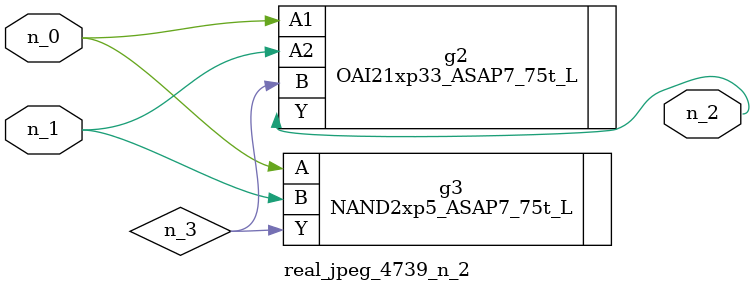
<source format=v>
module real_jpeg_4739_n_2 (n_1, n_0, n_2);

input n_1;
input n_0;

output n_2;

wire n_3;

OAI21xp33_ASAP7_75t_L g2 ( 
.A1(n_0),
.A2(n_1),
.B(n_3),
.Y(n_2)
);

NAND2xp5_ASAP7_75t_L g3 ( 
.A(n_0),
.B(n_1),
.Y(n_3)
);


endmodule
</source>
